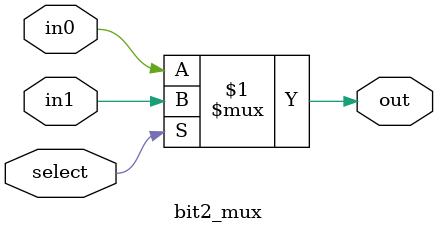
<source format=v>

module bit2_mux(out, select,in0,in1);
  input select;
  input in0, in1;
  output out;
  wire w1,w2;
  assign out = select ? in1 : in0;
endmodule

</source>
